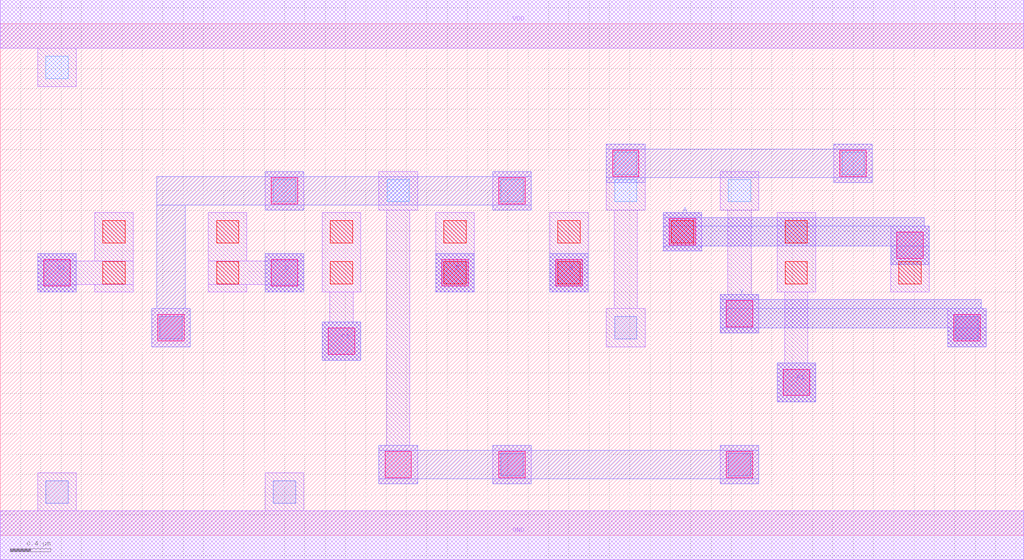
<source format=lef>
MACRO AOAOI2122
 CLASS CORE ;
 FOREIGN AOAOI2122 0 0 ;
 SIZE 10.08 BY 5.04 ;
 ORIGIN 0 0 ;
 SYMMETRY X Y R90 ;
 SITE unit ;
  PIN VDD
   DIRECTION INOUT ;
   USE POWER ;
   SHAPE ABUTMENT ;
    PORT
     CLASS CORE ;
       LAYER met1 ;
        RECT 0.00000000 4.80000000 10.08000000 5.28000000 ;
    END
  END VDD

  PIN GND
   DIRECTION INOUT ;
   USE POWER ;
   SHAPE ABUTMENT ;
    PORT
     CLASS CORE ;
       LAYER met1 ;
        RECT 0.00000000 -0.24000000 10.08000000 0.24000000 ;
    END
  END GND

  PIN Y
   DIRECTION INOUT ;
   USE SIGNAL ;
   SHAPE ABUTMENT ;
    PORT
     CLASS CORE ;
       LAYER met2 ;
        RECT 7.09000000 1.99200000 7.47000000 2.04200000 ;
        RECT 9.33000000 1.85700000 9.71000000 2.04200000 ;
        RECT 7.09000000 2.04200000 9.71000000 2.23700000 ;
        RECT 7.09000000 2.23700000 9.66000000 2.32200000 ;
        RECT 7.09000000 2.32200000 7.47000000 2.37200000 ;
    END
  END Y

  PIN C
   DIRECTION INOUT ;
   USE SIGNAL ;
   SHAPE ABUTMENT ;
    PORT
     CLASS CORE ;
       LAYER met2 ;
        RECT 4.29000000 2.39700000 4.67000000 2.77700000 ;
    END
  END C

  PIN B
   DIRECTION INOUT ;
   USE SIGNAL ;
   SHAPE ABUTMENT ;
    PORT
     CLASS CORE ;
       LAYER met2 ;
        RECT 5.41000000 2.39700000 5.79000000 2.77700000 ;
    END
  END B

  PIN D
   DIRECTION INOUT ;
   USE SIGNAL ;
   SHAPE ABUTMENT ;
    PORT
     CLASS CORE ;
       LAYER met2 ;
        RECT 2.61000000 2.39700000 2.99000000 2.77700000 ;
    END
  END D

  PIN C1
   DIRECTION INOUT ;
   USE SIGNAL ;
   SHAPE ABUTMENT ;
    PORT
     CLASS CORE ;
       LAYER met2 ;
        RECT 3.17000000 1.72200000 3.55000000 2.10200000 ;
    END
  END C1

  PIN A
   DIRECTION INOUT ;
   USE SIGNAL ;
   SHAPE ABUTMENT ;
    PORT
     CLASS CORE ;
       LAYER met2 ;
        RECT 6.53000000 2.80200000 6.91000000 2.85200000 ;
        RECT 8.77000000 2.66700000 9.15000000 2.85200000 ;
        RECT 6.53000000 2.85200000 9.15000000 3.04700000 ;
        RECT 6.53000000 3.04700000 9.10000000 3.13200000 ;
        RECT 6.53000000 3.13200000 6.91000000 3.18200000 ;
    END
  END A

  PIN A1
   DIRECTION INOUT ;
   USE SIGNAL ;
   SHAPE ABUTMENT ;
    PORT
     CLASS CORE ;
       LAYER met2 ;
        RECT 7.65000000 1.31700000 8.03000000 1.69700000 ;
    END
  END A1

  PIN D1
   DIRECTION INOUT ;
   USE SIGNAL ;
   SHAPE ABUTMENT ;
    PORT
     CLASS CORE ;
       LAYER met2 ;
        RECT 0.37000000 2.39700000 0.75000000 2.77700000 ;
    END
  END D1

 OBS
    LAYER polycont ;
     RECT 1.01000000 2.47700000 1.23000000 2.69700000 ;
     RECT 2.13000000 2.47700000 2.35000000 2.69700000 ;
     RECT 3.25000000 2.47700000 3.47000000 2.69700000 ;
     RECT 4.37000000 2.47700000 4.59000000 2.69700000 ;
     RECT 5.49000000 2.47700000 5.71000000 2.69700000 ;
     RECT 7.73000000 2.47700000 7.95000000 2.69700000 ;
     RECT 8.85000000 2.47700000 9.07000000 2.69700000 ;
     RECT 1.01000000 2.88200000 1.23000000 3.10200000 ;
     RECT 2.13000000 2.88200000 2.35000000 3.10200000 ;
     RECT 3.25000000 2.88200000 3.47000000 3.10200000 ;
     RECT 4.37000000 2.88200000 4.59000000 3.10200000 ;
     RECT 5.49000000 2.88200000 5.71000000 3.10200000 ;
     RECT 6.61000000 2.88200000 6.83000000 3.10200000 ;
     RECT 7.73000000 2.88200000 7.95000000 3.10200000 ;

    LAYER pdiffc ;
     RECT 2.69000000 3.28700000 2.91000000 3.50700000 ;
     RECT 3.81000000 3.28700000 4.03000000 3.50700000 ;
     RECT 4.93000000 3.28700000 5.15000000 3.50700000 ;
     RECT 6.05000000 3.28700000 6.27000000 3.50700000 ;
     RECT 7.17000000 3.28700000 7.39000000 3.50700000 ;
     RECT 6.05000000 3.55700000 6.27000000 3.77700000 ;
     RECT 8.29000000 3.55700000 8.51000000 3.77700000 ;
     RECT 0.45000000 4.50200000 0.67000000 4.72200000 ;

    LAYER ndiffc ;
     RECT 0.45000000 0.31700000 0.67000000 0.53700000 ;
     RECT 2.69000000 0.31700000 2.91000000 0.53700000 ;
     RECT 4.93000000 0.58700000 5.15000000 0.80700000 ;
     RECT 7.17000000 0.58700000 7.39000000 0.80700000 ;
     RECT 1.57000000 1.93700000 1.79000000 2.15700000 ;
     RECT 6.05000000 1.93700000 6.27000000 2.15700000 ;
     RECT 9.41000000 1.93700000 9.63000000 2.15700000 ;

    LAYER met1 ;
     RECT 0.00000000 -0.24000000 10.08000000 0.24000000 ;
     RECT 0.37000000 0.24000000 0.75000000 0.61700000 ;
     RECT 2.61000000 0.24000000 2.99000000 0.61700000 ;
     RECT 4.85000000 0.50700000 5.23000000 0.88700000 ;
     RECT 7.09000000 0.50700000 7.47000000 0.88700000 ;
     RECT 1.49000000 1.85700000 1.87000000 2.23700000 ;
     RECT 9.33000000 1.85700000 9.71000000 2.23700000 ;
     RECT 8.77000000 2.39700000 9.15000000 3.04700000 ;
     RECT 0.37000000 2.39700000 0.75000000 2.47200000 ;
     RECT 0.93000000 2.39700000 1.31000000 2.47200000 ;
     RECT 0.37000000 2.47200000 1.31000000 2.70200000 ;
     RECT 0.37000000 2.70200000 0.75000000 2.77700000 ;
     RECT 0.93000000 2.70200000 1.31000000 3.18200000 ;
     RECT 2.05000000 2.39700000 2.43000000 2.47200000 ;
     RECT 2.61000000 2.39700000 2.99000000 2.47200000 ;
     RECT 2.05000000 2.47200000 2.99000000 2.70200000 ;
     RECT 2.61000000 2.70200000 2.99000000 2.77700000 ;
     RECT 2.05000000 2.70200000 2.43000000 3.18200000 ;
     RECT 3.17000000 1.72200000 3.55000000 2.10200000 ;
     RECT 3.24500000 2.10200000 3.47500000 2.39700000 ;
     RECT 3.17000000 2.39700000 3.55000000 3.18200000 ;
     RECT 4.29000000 2.39700000 4.67000000 3.18200000 ;
     RECT 5.41000000 2.39700000 5.79000000 3.18200000 ;
     RECT 6.53000000 2.80200000 6.91000000 3.18200000 ;
     RECT 7.65000000 1.31700000 8.03000000 1.69700000 ;
     RECT 7.72500000 1.69700000 7.95500000 2.39700000 ;
     RECT 7.65000000 2.39700000 8.03000000 3.18200000 ;
     RECT 2.61000000 3.20700000 2.99000000 3.58700000 ;
     RECT 3.73000000 0.50700000 4.11000000 0.88700000 ;
     RECT 3.80500000 0.88700000 4.03500000 3.20700000 ;
     RECT 3.73000000 3.20700000 4.11000000 3.58700000 ;
     RECT 4.85000000 3.20700000 5.23000000 3.58700000 ;
     RECT 7.09000000 1.99200000 7.47000000 2.37200000 ;
     RECT 7.16500000 2.37200000 7.39500000 3.20700000 ;
     RECT 7.09000000 3.20700000 7.47000000 3.58700000 ;
     RECT 5.97000000 1.85700000 6.35000000 2.23700000 ;
     RECT 6.04500000 2.23700000 6.27500000 3.20700000 ;
     RECT 5.97000000 3.20700000 6.35000000 3.85700000 ;
     RECT 8.21000000 3.47700000 8.59000000 3.85700000 ;
     RECT 0.37000000 4.42200000 0.75000000 4.80000000 ;
     RECT 0.00000000 4.80000000 10.08000000 5.28000000 ;

    LAYER via1 ;
     RECT 3.79000000 0.56700000 4.05000000 0.82700000 ;
     RECT 4.91000000 0.56700000 5.17000000 0.82700000 ;
     RECT 7.15000000 0.56700000 7.41000000 0.82700000 ;
     RECT 7.71000000 1.37700000 7.97000000 1.63700000 ;
     RECT 3.23000000 1.78200000 3.49000000 2.04200000 ;
     RECT 1.55000000 1.91700000 1.81000000 2.17700000 ;
     RECT 9.39000000 1.91700000 9.65000000 2.17700000 ;
     RECT 7.15000000 2.05200000 7.41000000 2.31200000 ;
     RECT 0.43000000 2.45700000 0.69000000 2.71700000 ;
     RECT 2.67000000 2.45700000 2.93000000 2.71700000 ;
     RECT 4.35000000 2.45700000 4.61000000 2.71700000 ;
     RECT 5.47000000 2.45700000 5.73000000 2.71700000 ;
     RECT 8.83000000 2.72700000 9.09000000 2.98700000 ;
     RECT 6.59000000 2.86200000 6.85000000 3.12200000 ;
     RECT 2.67000000 3.26700000 2.93000000 3.52700000 ;
     RECT 4.91000000 3.26700000 5.17000000 3.52700000 ;
     RECT 6.03000000 3.53700000 6.29000000 3.79700000 ;
     RECT 8.27000000 3.53700000 8.53000000 3.79700000 ;

    LAYER met2 ;
     RECT 3.73000000 0.50700000 4.11000000 0.55700000 ;
     RECT 4.85000000 0.50700000 5.23000000 0.55700000 ;
     RECT 7.09000000 0.50700000 7.47000000 0.55700000 ;
     RECT 3.73000000 0.55700000 7.47000000 0.83700000 ;
     RECT 3.73000000 0.83700000 4.11000000 0.88700000 ;
     RECT 4.85000000 0.83700000 5.23000000 0.88700000 ;
     RECT 7.09000000 0.83700000 7.47000000 0.88700000 ;
     RECT 7.65000000 1.31700000 8.03000000 1.69700000 ;
     RECT 3.17000000 1.72200000 3.55000000 2.10200000 ;
     RECT 7.09000000 1.99200000 7.47000000 2.04200000 ;
     RECT 9.33000000 1.85700000 9.71000000 2.04200000 ;
     RECT 7.09000000 2.04200000 9.71000000 2.23700000 ;
     RECT 7.09000000 2.23700000 9.66000000 2.32200000 ;
     RECT 7.09000000 2.32200000 7.47000000 2.37200000 ;
     RECT 0.37000000 2.39700000 0.75000000 2.77700000 ;
     RECT 2.61000000 2.39700000 2.99000000 2.77700000 ;
     RECT 4.29000000 2.39700000 4.67000000 2.77700000 ;
     RECT 5.41000000 2.39700000 5.79000000 2.77700000 ;
     RECT 6.53000000 2.80200000 6.91000000 2.85200000 ;
     RECT 8.77000000 2.66700000 9.15000000 2.85200000 ;
     RECT 6.53000000 2.85200000 9.15000000 3.04700000 ;
     RECT 6.53000000 3.04700000 9.10000000 3.13200000 ;
     RECT 6.53000000 3.13200000 6.91000000 3.18200000 ;
     RECT 1.49000000 1.85700000 1.87000000 2.23700000 ;
     RECT 1.54000000 2.23700000 1.82000000 3.25700000 ;
     RECT 2.61000000 3.20700000 2.99000000 3.25700000 ;
     RECT 4.85000000 3.20700000 5.23000000 3.25700000 ;
     RECT 1.54000000 3.25700000 5.23000000 3.53700000 ;
     RECT 2.61000000 3.53700000 2.99000000 3.58700000 ;
     RECT 4.85000000 3.53700000 5.23000000 3.58700000 ;
     RECT 5.97000000 3.47700000 6.35000000 3.52700000 ;
     RECT 8.21000000 3.47700000 8.59000000 3.52700000 ;
     RECT 5.97000000 3.52700000 8.59000000 3.80700000 ;
     RECT 5.97000000 3.80700000 6.35000000 3.85700000 ;
     RECT 8.21000000 3.80700000 8.59000000 3.85700000 ;

 END
END AOAOI2122

</source>
